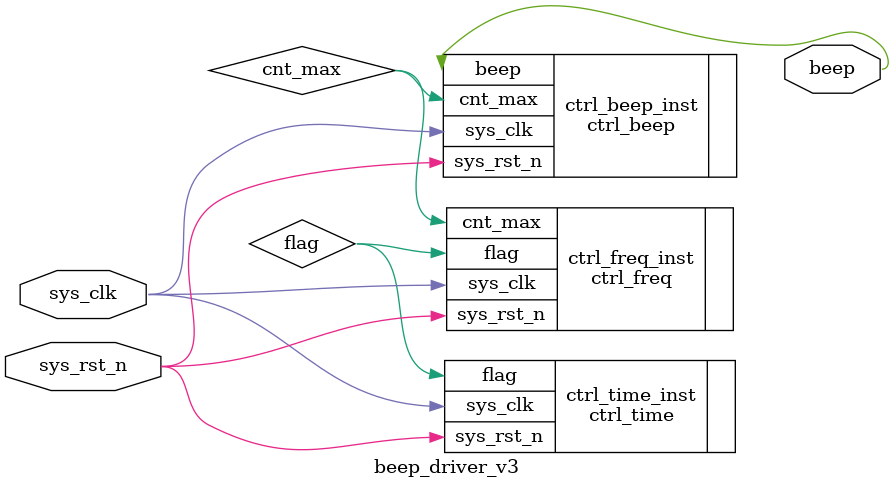
<source format=v>
module beep_driver_v3 (
    input sys_clk,
    input sys_rst_n,
    output beep
);
    wire flag;
    wire cnt_max;

    ctrl_time ctrl_time_inst (
        .sys_clk (sys_clk),
        .sys_rst_n (sys_rst_n),
        .flag (flag)
    );

    ctrl_freq ctrl_freq_inst (
        .sys_clk (sys_clk),
        .sys_rst_n (sys_rst_n),
        .flag (flag),
        .cnt_max (cnt_max)
    );

    ctrl_beep ctrl_beep_inst (
        .sys_clk (sys_clk),
        .sys_rst_n (sys_rst_n),
        .cnt_max (cnt_max),
        .beep (beep)
    );
endmodule
</source>
